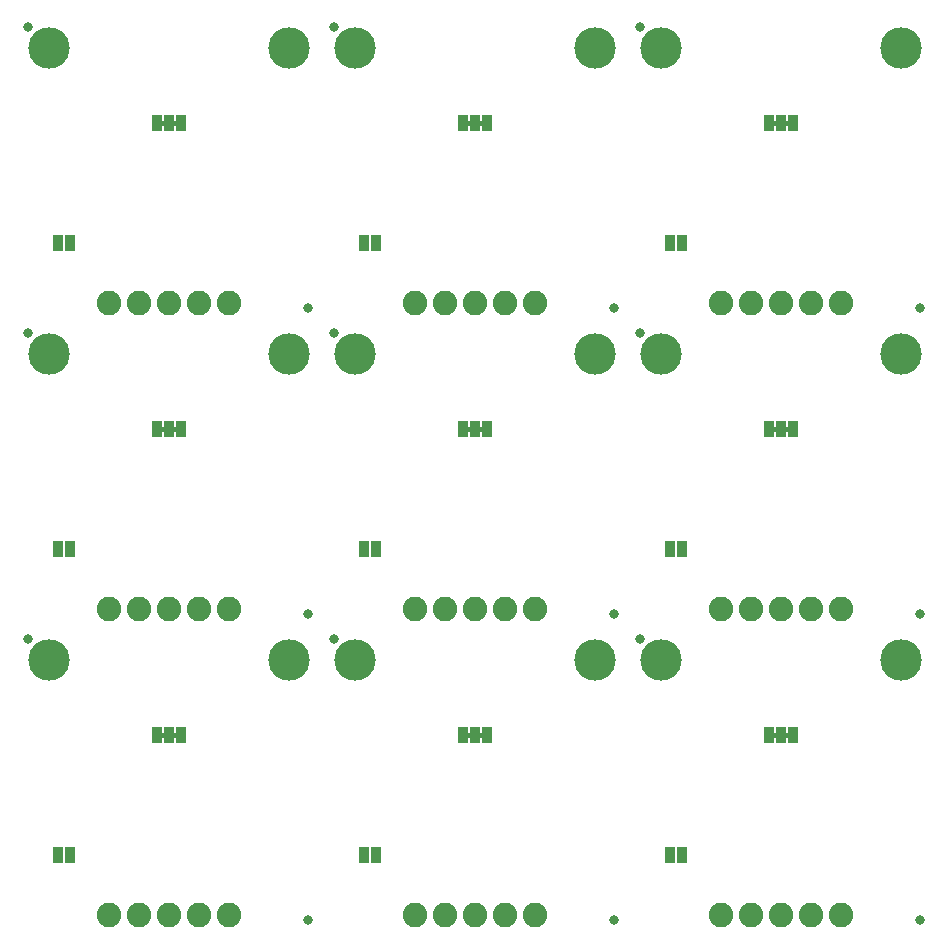
<source format=gbs>
G75*
%MOIN*%
%OFA0B0*%
%FSLAX25Y25*%
%IPPOS*%
%LPD*%
%AMOC8*
5,1,8,0,0,1.08239X$1,22.5*
%
%ADD10C,0.13800*%
%ADD11R,0.03300X0.05800*%
%ADD12C,0.00500*%
%ADD13C,0.08200*%
%ADD14C,0.03300*%
D10*
X0038750Y0118750D03*
X0118750Y0118750D03*
X0140750Y0118750D03*
X0220750Y0118750D03*
X0242750Y0118750D03*
X0322750Y0118750D03*
X0322750Y0220750D03*
X0242750Y0220750D03*
X0220750Y0220750D03*
X0140750Y0220750D03*
X0118750Y0220750D03*
X0038750Y0220750D03*
X0038750Y0322750D03*
X0118750Y0322750D03*
X0140750Y0322750D03*
X0220750Y0322750D03*
X0242750Y0322750D03*
X0322750Y0322750D03*
D11*
X0286750Y0297750D03*
X0282750Y0297750D03*
X0278750Y0297750D03*
X0249750Y0257750D03*
X0245750Y0257750D03*
X0184750Y0297750D03*
X0180750Y0297750D03*
X0176750Y0297750D03*
X0147750Y0257750D03*
X0143750Y0257750D03*
X0082750Y0297750D03*
X0078750Y0297750D03*
X0074750Y0297750D03*
X0045750Y0257750D03*
X0041750Y0257750D03*
X0074750Y0195750D03*
X0078750Y0195750D03*
X0082750Y0195750D03*
X0045750Y0155750D03*
X0041750Y0155750D03*
X0074750Y0093750D03*
X0078750Y0093750D03*
X0082750Y0093750D03*
X0045750Y0053750D03*
X0041750Y0053750D03*
X0143750Y0053750D03*
X0147750Y0053750D03*
X0176750Y0093750D03*
X0180750Y0093750D03*
X0184750Y0093750D03*
X0245750Y0053750D03*
X0249750Y0053750D03*
X0278750Y0093750D03*
X0282750Y0093750D03*
X0286750Y0093750D03*
X0249750Y0155750D03*
X0245750Y0155750D03*
X0278750Y0195750D03*
X0282750Y0195750D03*
X0286750Y0195750D03*
X0184750Y0195750D03*
X0180750Y0195750D03*
X0176750Y0195750D03*
X0147750Y0155750D03*
X0143750Y0155750D03*
D12*
X0178000Y0195250D02*
X0179500Y0195250D01*
X0179500Y0196250D01*
X0178000Y0196250D01*
X0178000Y0195250D01*
X0178000Y0195253D02*
X0179500Y0195253D01*
X0179500Y0195751D02*
X0178000Y0195751D01*
X0178000Y0196250D02*
X0179500Y0196250D01*
X0182000Y0196250D02*
X0183500Y0196250D01*
X0183500Y0195250D01*
X0182000Y0195250D01*
X0182000Y0196250D01*
X0183500Y0196250D01*
X0183500Y0195751D02*
X0182000Y0195751D01*
X0182000Y0195253D02*
X0183500Y0195253D01*
X0280000Y0195253D02*
X0281500Y0195253D01*
X0281500Y0195250D02*
X0281500Y0196250D01*
X0280000Y0196250D01*
X0280000Y0195250D01*
X0281500Y0195250D01*
X0281500Y0195751D02*
X0280000Y0195751D01*
X0280000Y0196250D02*
X0281500Y0196250D01*
X0284000Y0196250D02*
X0285500Y0196250D01*
X0285500Y0195250D01*
X0284000Y0195250D01*
X0284000Y0196250D01*
X0285500Y0196250D01*
X0285500Y0195751D02*
X0284000Y0195751D01*
X0284000Y0195253D02*
X0285500Y0195253D01*
X0285500Y0094250D02*
X0285500Y0093250D01*
X0284000Y0093250D01*
X0284000Y0094250D01*
X0285500Y0094250D01*
X0285500Y0094055D02*
X0284000Y0094055D01*
X0284000Y0093556D02*
X0285500Y0093556D01*
X0281500Y0093556D02*
X0280000Y0093556D01*
X0280000Y0093250D02*
X0281500Y0093250D01*
X0281500Y0094250D01*
X0280000Y0094250D01*
X0280000Y0093250D01*
X0280000Y0094055D02*
X0281500Y0094055D01*
X0183500Y0094055D02*
X0182000Y0094055D01*
X0182000Y0094250D02*
X0182000Y0093250D01*
X0183500Y0093250D01*
X0183500Y0094250D01*
X0182000Y0094250D01*
X0182000Y0093556D02*
X0183500Y0093556D01*
X0179500Y0093556D02*
X0178000Y0093556D01*
X0178000Y0093250D02*
X0179500Y0093250D01*
X0179500Y0094250D01*
X0178000Y0094250D01*
X0178000Y0093250D01*
X0178000Y0094055D02*
X0179500Y0094055D01*
X0081500Y0094055D02*
X0080000Y0094055D01*
X0080000Y0094250D02*
X0080000Y0093250D01*
X0081500Y0093250D01*
X0081500Y0094250D01*
X0080000Y0094250D01*
X0080000Y0093556D02*
X0081500Y0093556D01*
X0077500Y0093556D02*
X0076000Y0093556D01*
X0076000Y0093250D02*
X0077500Y0093250D01*
X0077500Y0094250D01*
X0076000Y0094250D01*
X0076000Y0093250D01*
X0076000Y0094055D02*
X0077500Y0094055D01*
X0077500Y0195250D02*
X0077500Y0196250D01*
X0076000Y0196250D01*
X0076000Y0195250D01*
X0077500Y0195250D01*
X0077500Y0195253D02*
X0076000Y0195253D01*
X0076000Y0195751D02*
X0077500Y0195751D01*
X0077500Y0196250D02*
X0076000Y0196250D01*
X0080000Y0196250D02*
X0081500Y0196250D01*
X0081500Y0195250D01*
X0080000Y0195250D01*
X0080000Y0196250D01*
X0081500Y0196250D01*
X0081500Y0195751D02*
X0080000Y0195751D01*
X0080000Y0195253D02*
X0081500Y0195253D01*
X0081500Y0297250D02*
X0081500Y0298250D01*
X0080000Y0298250D01*
X0080000Y0297250D01*
X0081500Y0297250D01*
X0081500Y0297448D02*
X0080000Y0297448D01*
X0080000Y0297946D02*
X0081500Y0297946D01*
X0077500Y0297946D02*
X0076000Y0297946D01*
X0076000Y0298250D02*
X0076000Y0297250D01*
X0077500Y0297250D01*
X0077500Y0298250D01*
X0076000Y0298250D01*
X0076000Y0297448D02*
X0077500Y0297448D01*
X0178000Y0297448D02*
X0179500Y0297448D01*
X0179500Y0297250D02*
X0179500Y0298250D01*
X0178000Y0298250D01*
X0178000Y0297250D01*
X0179500Y0297250D01*
X0179500Y0297946D02*
X0178000Y0297946D01*
X0182000Y0297946D02*
X0183500Y0297946D01*
X0183500Y0298250D02*
X0183500Y0297250D01*
X0182000Y0297250D01*
X0182000Y0298250D01*
X0183500Y0298250D01*
X0183500Y0297448D02*
X0182000Y0297448D01*
X0280000Y0297448D02*
X0281500Y0297448D01*
X0281500Y0297250D02*
X0281500Y0298250D01*
X0280000Y0298250D01*
X0280000Y0297250D01*
X0281500Y0297250D01*
X0281500Y0297946D02*
X0280000Y0297946D01*
X0284000Y0297946D02*
X0285500Y0297946D01*
X0285500Y0298250D02*
X0285500Y0297250D01*
X0284000Y0297250D01*
X0284000Y0298250D01*
X0285500Y0298250D01*
X0285500Y0297448D02*
X0284000Y0297448D01*
D13*
X0058750Y0033750D03*
X0068750Y0033750D03*
X0078750Y0033750D03*
X0088750Y0033750D03*
X0098750Y0033750D03*
X0160750Y0033750D03*
X0170750Y0033750D03*
X0180750Y0033750D03*
X0190750Y0033750D03*
X0200750Y0033750D03*
X0262750Y0033750D03*
X0272750Y0033750D03*
X0282750Y0033750D03*
X0292750Y0033750D03*
X0302750Y0033750D03*
X0302750Y0135750D03*
X0292750Y0135750D03*
X0282750Y0135750D03*
X0272750Y0135750D03*
X0262750Y0135750D03*
X0200750Y0135750D03*
X0190750Y0135750D03*
X0180750Y0135750D03*
X0170750Y0135750D03*
X0160750Y0135750D03*
X0098750Y0135750D03*
X0088750Y0135750D03*
X0078750Y0135750D03*
X0068750Y0135750D03*
X0058750Y0135750D03*
X0058750Y0237750D03*
X0068750Y0237750D03*
X0078750Y0237750D03*
X0088750Y0237750D03*
X0098750Y0237750D03*
X0160750Y0237750D03*
X0170750Y0237750D03*
X0180750Y0237750D03*
X0190750Y0237750D03*
X0200750Y0237750D03*
X0262750Y0237750D03*
X0272750Y0237750D03*
X0282750Y0237750D03*
X0292750Y0237750D03*
X0302750Y0237750D03*
D14*
X0329250Y0236250D03*
X0235750Y0227750D03*
X0227250Y0236250D03*
X0133750Y0227750D03*
X0125250Y0236250D03*
X0031750Y0227750D03*
X0125250Y0134250D03*
X0133750Y0125750D03*
X0227250Y0134250D03*
X0235750Y0125750D03*
X0329250Y0134250D03*
X0329250Y0032250D03*
X0227250Y0032250D03*
X0125250Y0032250D03*
X0031750Y0125750D03*
X0031750Y0329750D03*
X0133750Y0329750D03*
X0235750Y0329750D03*
M02*

</source>
